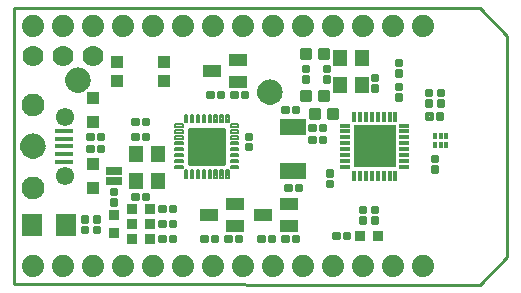
<source format=gts>
G75*
G70*
%OFA0B0*%
%FSLAX24Y24*%
%IPPOS*%
%LPD*%
%AMOC8*
5,1,8,0,0,1.08239X$1,22.5*
%
%ADD10C,0.0100*%
%ADD11C,0.0145*%
%ADD12C,0.0050*%
%ADD13R,0.0434X0.0434*%
%ADD14R,0.0355X0.0152*%
%ADD15R,0.0152X0.0355*%
%ADD16R,0.1418X0.1418*%
%ADD17C,0.0098*%
%ADD18R,0.0906X0.0552*%
%ADD19R,0.0453X0.0552*%
%ADD20R,0.0670X0.0750*%
%ADD21C,0.0079*%
%ADD22C,0.0160*%
%ADD23R,0.0591X0.0434*%
%ADD24R,0.0355X0.0355*%
%ADD25R,0.0540X0.0290*%
%ADD26C,0.0740*%
%ADD27C,0.0700*%
%ADD28R,0.0138X0.0237*%
%ADD29R,0.0591X0.0178*%
%ADD30C,0.0610*%
%ADD31C,0.0760*%
D10*
X001820Y001850D02*
X017340Y001840D01*
X018270Y002770D01*
X018270Y010130D01*
X017350Y011050D01*
X001820Y011050D01*
X001820Y001850D01*
D11*
X004117Y003582D02*
X004117Y003728D01*
X004263Y003728D01*
X004263Y003582D01*
X004117Y003582D01*
X004117Y003726D02*
X004263Y003726D01*
X004663Y003728D02*
X004663Y003582D01*
X004517Y003582D01*
X004517Y003728D01*
X004663Y003728D01*
X004663Y003726D02*
X004517Y003726D01*
X004663Y003932D02*
X004663Y004078D01*
X004663Y003932D02*
X004517Y003932D01*
X004517Y004078D01*
X004663Y004078D01*
X004663Y004076D02*
X004517Y004076D01*
X004117Y004078D02*
X004117Y003932D01*
X004117Y004078D02*
X004263Y004078D01*
X004263Y003932D01*
X004117Y003932D01*
X004117Y004076D02*
X004263Y004076D01*
X005077Y004502D02*
X005077Y004648D01*
X005223Y004648D01*
X005223Y004502D01*
X005077Y004502D01*
X005077Y004646D02*
X005223Y004646D01*
X005077Y004852D02*
X005077Y004998D01*
X005223Y004998D01*
X005223Y004852D01*
X005077Y004852D01*
X005077Y004996D02*
X005223Y004996D01*
X005802Y004823D02*
X005948Y004823D01*
X005948Y004677D01*
X005802Y004677D01*
X005802Y004823D01*
X005802Y004821D02*
X005948Y004821D01*
X006152Y004823D02*
X006298Y004823D01*
X006298Y004677D01*
X006152Y004677D01*
X006152Y004823D01*
X006152Y004821D02*
X006298Y004821D01*
X006702Y004423D02*
X006848Y004423D01*
X006848Y004277D01*
X006702Y004277D01*
X006702Y004423D01*
X006702Y004421D02*
X006848Y004421D01*
X007052Y004423D02*
X007198Y004423D01*
X007198Y004277D01*
X007052Y004277D01*
X007052Y004423D01*
X007052Y004421D02*
X007198Y004421D01*
X007198Y003923D02*
X007052Y003923D01*
X007198Y003923D02*
X007198Y003777D01*
X007052Y003777D01*
X007052Y003923D01*
X007052Y003921D02*
X007198Y003921D01*
X006848Y003923D02*
X006702Y003923D01*
X006848Y003923D02*
X006848Y003777D01*
X006702Y003777D01*
X006702Y003923D01*
X006702Y003921D02*
X006848Y003921D01*
X006848Y003423D02*
X006702Y003423D01*
X006848Y003423D02*
X006848Y003277D01*
X006702Y003277D01*
X006702Y003423D01*
X006702Y003421D02*
X006848Y003421D01*
X007052Y003423D02*
X007198Y003423D01*
X007198Y003277D01*
X007052Y003277D01*
X007052Y003423D01*
X007052Y003421D02*
X007198Y003421D01*
X008102Y003423D02*
X008248Y003423D01*
X008248Y003277D01*
X008102Y003277D01*
X008102Y003423D01*
X008102Y003421D02*
X008248Y003421D01*
X008452Y003423D02*
X008598Y003423D01*
X008598Y003277D01*
X008452Y003277D01*
X008452Y003423D01*
X008452Y003421D02*
X008598Y003421D01*
X008902Y003423D02*
X009048Y003423D01*
X009048Y003277D01*
X008902Y003277D01*
X008902Y003423D01*
X008902Y003421D02*
X009048Y003421D01*
X009252Y003423D02*
X009398Y003423D01*
X009398Y003277D01*
X009252Y003277D01*
X009252Y003423D01*
X009252Y003421D02*
X009398Y003421D01*
X010002Y003423D02*
X010148Y003423D01*
X010148Y003277D01*
X010002Y003277D01*
X010002Y003423D01*
X010002Y003421D02*
X010148Y003421D01*
X010352Y003423D02*
X010498Y003423D01*
X010498Y003277D01*
X010352Y003277D01*
X010352Y003423D01*
X010352Y003421D02*
X010498Y003421D01*
X010802Y003423D02*
X010948Y003423D01*
X010948Y003277D01*
X010802Y003277D01*
X010802Y003423D01*
X010802Y003421D02*
X010948Y003421D01*
X011152Y003423D02*
X011298Y003423D01*
X011298Y003277D01*
X011152Y003277D01*
X011152Y003423D01*
X011152Y003421D02*
X011298Y003421D01*
X012502Y003523D02*
X012648Y003523D01*
X012648Y003377D01*
X012502Y003377D01*
X012502Y003523D01*
X012502Y003521D02*
X012648Y003521D01*
X012852Y003523D02*
X012998Y003523D01*
X012998Y003377D01*
X012852Y003377D01*
X012852Y003523D01*
X012852Y003521D02*
X012998Y003521D01*
X013523Y003902D02*
X013523Y004048D01*
X013523Y003902D02*
X013377Y003902D01*
X013377Y004048D01*
X013523Y004048D01*
X013523Y004046D02*
X013377Y004046D01*
X013523Y004252D02*
X013523Y004398D01*
X013523Y004252D02*
X013377Y004252D01*
X013377Y004398D01*
X013523Y004398D01*
X013523Y004396D02*
X013377Y004396D01*
X013923Y004398D02*
X013923Y004252D01*
X013777Y004252D01*
X013777Y004398D01*
X013923Y004398D01*
X013923Y004396D02*
X013777Y004396D01*
X013923Y004048D02*
X013923Y003902D01*
X013777Y003902D01*
X013777Y004048D01*
X013923Y004048D01*
X013923Y004046D02*
X013777Y004046D01*
X012277Y005122D02*
X012277Y005268D01*
X012423Y005268D01*
X012423Y005122D01*
X012277Y005122D01*
X012277Y005266D02*
X012423Y005266D01*
X012277Y005472D02*
X012277Y005618D01*
X012423Y005618D01*
X012423Y005472D01*
X012277Y005472D01*
X012277Y005616D02*
X012423Y005616D01*
X011398Y004977D02*
X011252Y004977D01*
X011252Y005123D01*
X011398Y005123D01*
X011398Y004977D01*
X011398Y005121D02*
X011252Y005121D01*
X011048Y004977D02*
X010902Y004977D01*
X010902Y005123D01*
X011048Y005123D01*
X011048Y004977D01*
X011048Y005121D02*
X010902Y005121D01*
X009723Y006342D02*
X009723Y006488D01*
X009723Y006342D02*
X009577Y006342D01*
X009577Y006488D01*
X009723Y006488D01*
X009723Y006486D02*
X009577Y006486D01*
X009723Y006692D02*
X009723Y006838D01*
X009723Y006692D02*
X009577Y006692D01*
X009577Y006838D01*
X009723Y006838D01*
X009723Y006836D02*
X009577Y006836D01*
X010802Y007577D02*
X010948Y007577D01*
X010802Y007577D02*
X010802Y007723D01*
X010948Y007723D01*
X010948Y007577D01*
X010948Y007721D02*
X010802Y007721D01*
X011152Y007577D02*
X011298Y007577D01*
X011152Y007577D02*
X011152Y007723D01*
X011298Y007723D01*
X011298Y007577D01*
X011298Y007721D02*
X011152Y007721D01*
X011702Y007123D02*
X011848Y007123D01*
X011848Y006977D01*
X011702Y006977D01*
X011702Y007123D01*
X011702Y007121D02*
X011848Y007121D01*
X012052Y007123D02*
X012198Y007123D01*
X012198Y006977D01*
X012052Y006977D01*
X012052Y007123D01*
X012052Y007121D02*
X012198Y007121D01*
X012198Y006723D02*
X012052Y006723D01*
X012198Y006723D02*
X012198Y006577D01*
X012052Y006577D01*
X012052Y006723D01*
X012052Y006721D02*
X012198Y006721D01*
X011848Y006723D02*
X011702Y006723D01*
X011848Y006723D02*
X011848Y006577D01*
X011702Y006577D01*
X011702Y006723D01*
X011702Y006721D02*
X011848Y006721D01*
X013777Y008302D02*
X013777Y008448D01*
X013923Y008448D01*
X013923Y008302D01*
X013777Y008302D01*
X013777Y008446D02*
X013923Y008446D01*
X013777Y008652D02*
X013777Y008798D01*
X013923Y008798D01*
X013923Y008652D01*
X013777Y008652D01*
X013777Y008796D02*
X013923Y008796D01*
X014723Y008802D02*
X014723Y008948D01*
X014723Y008802D02*
X014577Y008802D01*
X014577Y008948D01*
X014723Y008948D01*
X014723Y008946D02*
X014577Y008946D01*
X014723Y009152D02*
X014723Y009298D01*
X014723Y009152D02*
X014577Y009152D01*
X014577Y009298D01*
X014723Y009298D01*
X014723Y009296D02*
X014577Y009296D01*
X014723Y008498D02*
X014723Y008352D01*
X014577Y008352D01*
X014577Y008498D01*
X014723Y008498D01*
X014723Y008496D02*
X014577Y008496D01*
X014723Y008148D02*
X014723Y008002D01*
X014577Y008002D01*
X014577Y008148D01*
X014723Y008148D01*
X014723Y008146D02*
X014577Y008146D01*
X015577Y008152D02*
X015577Y008298D01*
X015723Y008298D01*
X015723Y008152D01*
X015577Y008152D01*
X015577Y008296D02*
X015723Y008296D01*
X016123Y008293D02*
X016123Y008147D01*
X015977Y008147D01*
X015977Y008293D01*
X016123Y008293D01*
X016123Y008291D02*
X015977Y008291D01*
X016123Y007943D02*
X016123Y007797D01*
X015977Y007797D01*
X015977Y007943D01*
X016123Y007943D01*
X016123Y007941D02*
X015977Y007941D01*
X015577Y007948D02*
X015577Y007802D01*
X015577Y007948D02*
X015723Y007948D01*
X015723Y007802D01*
X015577Y007802D01*
X015577Y007946D02*
X015723Y007946D01*
X015748Y007518D02*
X015602Y007518D01*
X015748Y007518D02*
X015748Y007372D01*
X015602Y007372D01*
X015602Y007518D01*
X015602Y007516D02*
X015748Y007516D01*
X015952Y007518D02*
X016098Y007518D01*
X016098Y007372D01*
X015952Y007372D01*
X015952Y007518D01*
X015952Y007516D02*
X016098Y007516D01*
X015923Y006098D02*
X015923Y005952D01*
X015777Y005952D01*
X015777Y006098D01*
X015923Y006098D01*
X015923Y006096D02*
X015777Y006096D01*
X015923Y005748D02*
X015923Y005602D01*
X015777Y005602D01*
X015777Y005748D01*
X015923Y005748D01*
X015923Y005746D02*
X015777Y005746D01*
X012323Y008602D02*
X012323Y008748D01*
X012323Y008602D02*
X012177Y008602D01*
X012177Y008748D01*
X012323Y008748D01*
X012323Y008746D02*
X012177Y008746D01*
X012323Y008952D02*
X012323Y009098D01*
X012323Y008952D02*
X012177Y008952D01*
X012177Y009098D01*
X012323Y009098D01*
X012323Y009096D02*
X012177Y009096D01*
X011623Y009098D02*
X011623Y008952D01*
X011477Y008952D01*
X011477Y009098D01*
X011623Y009098D01*
X011623Y009096D02*
X011477Y009096D01*
X011623Y008748D02*
X011623Y008602D01*
X011477Y008602D01*
X011477Y008748D01*
X011623Y008748D01*
X011623Y008746D02*
X011477Y008746D01*
X009598Y008223D02*
X009452Y008223D01*
X009598Y008223D02*
X009598Y008077D01*
X009452Y008077D01*
X009452Y008223D01*
X009452Y008221D02*
X009598Y008221D01*
X009248Y008223D02*
X009102Y008223D01*
X009248Y008223D02*
X009248Y008077D01*
X009102Y008077D01*
X009102Y008223D01*
X009102Y008221D02*
X009248Y008221D01*
X008798Y008223D02*
X008652Y008223D01*
X008798Y008223D02*
X008798Y008077D01*
X008652Y008077D01*
X008652Y008223D01*
X008652Y008221D02*
X008798Y008221D01*
X008448Y008223D02*
X008302Y008223D01*
X008448Y008223D02*
X008448Y008077D01*
X008302Y008077D01*
X008302Y008223D01*
X008302Y008221D02*
X008448Y008221D01*
X006298Y007323D02*
X006152Y007323D01*
X006298Y007323D02*
X006298Y007177D01*
X006152Y007177D01*
X006152Y007323D01*
X006152Y007321D02*
X006298Y007321D01*
X005948Y007323D02*
X005802Y007323D01*
X005948Y007323D02*
X005948Y007177D01*
X005802Y007177D01*
X005802Y007323D01*
X005802Y007321D02*
X005948Y007321D01*
X005948Y006677D02*
X005802Y006677D01*
X005802Y006823D01*
X005948Y006823D01*
X005948Y006677D01*
X005948Y006821D02*
X005802Y006821D01*
X006152Y006677D02*
X006298Y006677D01*
X006152Y006677D02*
X006152Y006823D01*
X006298Y006823D01*
X006298Y006677D01*
X006298Y006821D02*
X006152Y006821D01*
X004798Y006823D02*
X004652Y006823D01*
X004798Y006823D02*
X004798Y006677D01*
X004652Y006677D01*
X004652Y006823D01*
X004652Y006821D02*
X004798Y006821D01*
X004448Y006823D02*
X004302Y006823D01*
X004448Y006823D02*
X004448Y006677D01*
X004302Y006677D01*
X004302Y006823D01*
X004302Y006821D02*
X004448Y006821D01*
X004448Y006423D02*
X004302Y006423D01*
X004448Y006423D02*
X004448Y006277D01*
X004302Y006277D01*
X004302Y006423D01*
X004302Y006421D02*
X004448Y006421D01*
X004652Y006423D02*
X004798Y006423D01*
X004798Y006277D01*
X004652Y006277D01*
X004652Y006423D01*
X004652Y006421D02*
X004798Y006421D01*
D12*
X002844Y006450D02*
X002838Y006382D01*
X002820Y006315D01*
X002791Y006253D01*
X002752Y006197D01*
X002703Y006148D01*
X002647Y006109D01*
X002585Y006080D01*
X002518Y006062D01*
X002450Y006056D01*
X002382Y006062D01*
X002315Y006080D01*
X002253Y006109D01*
X002197Y006148D01*
X002148Y006197D01*
X002109Y006253D01*
X002080Y006315D01*
X002062Y006382D01*
X002056Y006450D01*
X002062Y006518D01*
X002080Y006585D01*
X002109Y006647D01*
X002148Y006703D01*
X002197Y006752D01*
X002253Y006791D01*
X002315Y006820D01*
X002382Y006838D01*
X002450Y006844D01*
X002518Y006838D01*
X002585Y006820D01*
X002647Y006791D01*
X002703Y006752D01*
X002752Y006703D01*
X002791Y006647D01*
X002820Y006585D01*
X002838Y006518D01*
X002844Y006450D01*
X002844Y006452D02*
X002056Y006452D01*
X002060Y006404D02*
X002840Y006404D01*
X002831Y006355D02*
X002069Y006355D01*
X002084Y006307D02*
X002816Y006307D01*
X002793Y006258D02*
X002107Y006258D01*
X002140Y006210D02*
X002760Y006210D01*
X002716Y006161D02*
X002184Y006161D01*
X002248Y006113D02*
X002652Y006113D01*
X002525Y006064D02*
X002375Y006064D01*
X002061Y006501D02*
X002839Y006501D01*
X002830Y006549D02*
X002070Y006549D01*
X002086Y006598D02*
X002814Y006598D01*
X002791Y006646D02*
X002109Y006646D01*
X002142Y006695D02*
X002758Y006695D01*
X002712Y006743D02*
X002188Y006743D01*
X002254Y006792D02*
X002646Y006792D01*
X002492Y006840D02*
X002408Y006840D01*
X003697Y008348D02*
X003753Y008309D01*
X003815Y008280D01*
X003882Y008262D01*
X003950Y008256D01*
X004018Y008262D01*
X004085Y008280D01*
X004147Y008309D01*
X004203Y008348D01*
X004252Y008397D01*
X004291Y008453D01*
X004320Y008515D01*
X004338Y008582D01*
X004344Y008650D01*
X004338Y008718D01*
X004320Y008785D01*
X004291Y008847D01*
X004252Y008903D01*
X004203Y008952D01*
X004147Y008991D01*
X004085Y009020D01*
X004018Y009038D01*
X003950Y009044D01*
X003882Y009038D01*
X003815Y009020D01*
X003753Y008991D01*
X003697Y008952D01*
X003648Y008903D01*
X003609Y008847D01*
X003580Y008785D01*
X003562Y008718D01*
X003556Y008650D01*
X003562Y008582D01*
X003580Y008515D01*
X003609Y008453D01*
X003648Y008397D01*
X003697Y008348D01*
X003704Y008344D02*
X004196Y008344D01*
X004247Y008392D02*
X003653Y008392D01*
X003618Y008441D02*
X004282Y008441D01*
X004308Y008489D02*
X003592Y008489D01*
X003574Y008538D02*
X004326Y008538D01*
X004338Y008586D02*
X003562Y008586D01*
X003558Y008635D02*
X004342Y008635D01*
X004341Y008683D02*
X003559Y008683D01*
X003566Y008732D02*
X004334Y008732D01*
X004321Y008780D02*
X003579Y008780D01*
X003601Y008829D02*
X004299Y008829D01*
X004270Y008877D02*
X003630Y008877D01*
X003671Y008926D02*
X004229Y008926D01*
X004171Y008974D02*
X003729Y008974D01*
X003825Y009023D02*
X004075Y009023D01*
X004117Y008295D02*
X003783Y008295D01*
X009956Y008250D02*
X009962Y008318D01*
X009980Y008385D01*
X010009Y008447D01*
X010048Y008503D01*
X010097Y008552D01*
X010153Y008591D01*
X010215Y008620D01*
X010282Y008638D01*
X010350Y008644D01*
X010418Y008638D01*
X010485Y008620D01*
X010547Y008591D01*
X010603Y008552D01*
X010652Y008503D01*
X010691Y008447D01*
X010720Y008385D01*
X010738Y008318D01*
X010744Y008250D01*
X010738Y008182D01*
X010720Y008115D01*
X010691Y008053D01*
X010652Y007997D01*
X010603Y007948D01*
X010547Y007909D01*
X010485Y007880D01*
X010418Y007862D01*
X010350Y007856D01*
X010282Y007862D01*
X010215Y007880D01*
X010153Y007909D01*
X010097Y007948D01*
X010048Y007997D01*
X010009Y008053D01*
X009980Y008115D01*
X009962Y008182D01*
X009956Y008250D01*
X009957Y008247D02*
X010743Y008247D01*
X010740Y008295D02*
X009960Y008295D01*
X009969Y008344D02*
X010731Y008344D01*
X010717Y008392D02*
X009983Y008392D01*
X010006Y008441D02*
X010694Y008441D01*
X010661Y008489D02*
X010039Y008489D01*
X010083Y008538D02*
X010617Y008538D01*
X010554Y008586D02*
X010146Y008586D01*
X010270Y008635D02*
X010430Y008635D01*
X010739Y008198D02*
X009961Y008198D01*
X009971Y008150D02*
X010729Y008150D01*
X010713Y008101D02*
X009987Y008101D01*
X010009Y008053D02*
X010691Y008053D01*
X010657Y008004D02*
X010043Y008004D01*
X010090Y007956D02*
X010610Y007956D01*
X010543Y007907D02*
X010157Y007907D01*
X010324Y007859D02*
X010376Y007859D01*
D13*
X006837Y008635D03*
X006837Y009265D03*
X005263Y009265D03*
X005263Y008635D03*
X004450Y008044D03*
X004450Y007256D03*
X004450Y005844D03*
X004450Y005056D03*
D14*
X012866Y005761D03*
X012866Y005958D03*
X012866Y006155D03*
X012866Y006352D03*
X012866Y006548D03*
X012866Y006745D03*
X012866Y006942D03*
X012866Y007139D03*
X014834Y007139D03*
X014834Y006942D03*
X014834Y006745D03*
X014834Y006548D03*
X014834Y006352D03*
X014834Y006155D03*
X014834Y005958D03*
X014834Y005761D03*
D15*
X014539Y005466D03*
X014342Y005466D03*
X014145Y005466D03*
X013948Y005466D03*
X013752Y005466D03*
X013555Y005466D03*
X013358Y005466D03*
X013161Y005466D03*
X013161Y007434D03*
X013358Y007434D03*
X013555Y007434D03*
X013752Y007434D03*
X013948Y007434D03*
X014145Y007434D03*
X014342Y007434D03*
X014539Y007434D03*
D16*
X013850Y006450D03*
D17*
X012596Y007696D02*
X012304Y007696D01*
X012596Y007696D02*
X012596Y007404D01*
X012304Y007404D01*
X012304Y007696D01*
X012304Y007501D02*
X012596Y007501D01*
X012596Y007598D02*
X012304Y007598D01*
X012304Y007695D02*
X012596Y007695D01*
X012296Y008296D02*
X012004Y008296D01*
X012296Y008296D02*
X012296Y008004D01*
X012004Y008004D01*
X012004Y008296D01*
X012004Y008101D02*
X012296Y008101D01*
X012296Y008198D02*
X012004Y008198D01*
X012004Y008295D02*
X012296Y008295D01*
X011696Y008296D02*
X011404Y008296D01*
X011696Y008296D02*
X011696Y008004D01*
X011404Y008004D01*
X011404Y008296D01*
X011404Y008101D02*
X011696Y008101D01*
X011696Y008198D02*
X011404Y008198D01*
X011404Y008295D02*
X011696Y008295D01*
X011704Y007696D02*
X011996Y007696D01*
X011996Y007404D01*
X011704Y007404D01*
X011704Y007696D01*
X011704Y007501D02*
X011996Y007501D01*
X011996Y007598D02*
X011704Y007598D01*
X011704Y007695D02*
X011996Y007695D01*
X012004Y009404D02*
X012296Y009404D01*
X012004Y009404D02*
X012004Y009696D01*
X012296Y009696D01*
X012296Y009404D01*
X012296Y009501D02*
X012004Y009501D01*
X012004Y009598D02*
X012296Y009598D01*
X012296Y009695D02*
X012004Y009695D01*
X011696Y009404D02*
X011404Y009404D01*
X011404Y009696D01*
X011696Y009696D01*
X011696Y009404D01*
X011696Y009501D02*
X011404Y009501D01*
X011404Y009598D02*
X011696Y009598D01*
X011696Y009695D02*
X011404Y009695D01*
D18*
X011120Y007078D03*
X011120Y005622D03*
D19*
X012686Y008497D03*
X013414Y008497D03*
X013414Y009403D03*
X012686Y009403D03*
X006614Y006203D03*
X005886Y006203D03*
X005886Y005297D03*
X006614Y005297D03*
D20*
X003550Y003830D03*
X002430Y003830D03*
D21*
X007206Y005721D02*
X007444Y005721D01*
X007206Y005721D02*
X007206Y005801D01*
X007444Y005801D01*
X007444Y005721D01*
X007444Y005799D02*
X007206Y005799D01*
X007206Y005918D02*
X007444Y005918D01*
X007206Y005918D02*
X007206Y005998D01*
X007444Y005998D01*
X007444Y005918D01*
X007444Y005996D02*
X007206Y005996D01*
X007206Y006115D02*
X007444Y006115D01*
X007206Y006115D02*
X007206Y006195D01*
X007444Y006195D01*
X007444Y006115D01*
X007444Y006193D02*
X007206Y006193D01*
X007206Y006312D02*
X007444Y006312D01*
X007206Y006312D02*
X007206Y006392D01*
X007444Y006392D01*
X007444Y006312D01*
X007444Y006390D02*
X007206Y006390D01*
X007206Y006508D02*
X007444Y006508D01*
X007206Y006508D02*
X007206Y006588D01*
X007444Y006588D01*
X007444Y006508D01*
X007444Y006586D02*
X007206Y006586D01*
X007206Y006705D02*
X007444Y006705D01*
X007206Y006705D02*
X007206Y006785D01*
X007444Y006785D01*
X007444Y006705D01*
X007444Y006783D02*
X007206Y006783D01*
X007206Y006902D02*
X007444Y006902D01*
X007206Y006902D02*
X007206Y006982D01*
X007444Y006982D01*
X007444Y006902D01*
X007444Y006980D02*
X007206Y006980D01*
X007206Y007099D02*
X007444Y007099D01*
X007206Y007099D02*
X007206Y007179D01*
X007444Y007179D01*
X007444Y007099D01*
X007444Y007177D02*
X007206Y007177D01*
X007521Y007256D02*
X007601Y007256D01*
X007521Y007256D02*
X007521Y007494D01*
X007601Y007494D01*
X007601Y007256D01*
X007601Y007334D02*
X007521Y007334D01*
X007521Y007412D02*
X007601Y007412D01*
X007601Y007490D02*
X007521Y007490D01*
X007718Y007256D02*
X007798Y007256D01*
X007718Y007256D02*
X007718Y007494D01*
X007798Y007494D01*
X007798Y007256D01*
X007798Y007334D02*
X007718Y007334D01*
X007718Y007412D02*
X007798Y007412D01*
X007798Y007490D02*
X007718Y007490D01*
X007915Y007256D02*
X007995Y007256D01*
X007915Y007256D02*
X007915Y007494D01*
X007995Y007494D01*
X007995Y007256D01*
X007995Y007334D02*
X007915Y007334D01*
X007915Y007412D02*
X007995Y007412D01*
X007995Y007490D02*
X007915Y007490D01*
X008112Y007256D02*
X008192Y007256D01*
X008112Y007256D02*
X008112Y007494D01*
X008192Y007494D01*
X008192Y007256D01*
X008192Y007334D02*
X008112Y007334D01*
X008112Y007412D02*
X008192Y007412D01*
X008192Y007490D02*
X008112Y007490D01*
X008308Y007256D02*
X008388Y007256D01*
X008308Y007256D02*
X008308Y007494D01*
X008388Y007494D01*
X008388Y007256D01*
X008388Y007334D02*
X008308Y007334D01*
X008308Y007412D02*
X008388Y007412D01*
X008388Y007490D02*
X008308Y007490D01*
X008505Y007256D02*
X008585Y007256D01*
X008505Y007256D02*
X008505Y007494D01*
X008585Y007494D01*
X008585Y007256D01*
X008585Y007334D02*
X008505Y007334D01*
X008505Y007412D02*
X008585Y007412D01*
X008585Y007490D02*
X008505Y007490D01*
X008702Y007256D02*
X008782Y007256D01*
X008702Y007256D02*
X008702Y007494D01*
X008782Y007494D01*
X008782Y007256D01*
X008782Y007334D02*
X008702Y007334D01*
X008702Y007412D02*
X008782Y007412D01*
X008782Y007490D02*
X008702Y007490D01*
X008899Y007256D02*
X008979Y007256D01*
X008899Y007256D02*
X008899Y007494D01*
X008979Y007494D01*
X008979Y007256D01*
X008979Y007334D02*
X008899Y007334D01*
X008899Y007412D02*
X008979Y007412D01*
X008979Y007490D02*
X008899Y007490D01*
X009056Y007099D02*
X009294Y007099D01*
X009056Y007099D02*
X009056Y007179D01*
X009294Y007179D01*
X009294Y007099D01*
X009294Y007177D02*
X009056Y007177D01*
X009056Y006902D02*
X009294Y006902D01*
X009056Y006902D02*
X009056Y006982D01*
X009294Y006982D01*
X009294Y006902D01*
X009294Y006980D02*
X009056Y006980D01*
X009056Y006705D02*
X009294Y006705D01*
X009056Y006705D02*
X009056Y006785D01*
X009294Y006785D01*
X009294Y006705D01*
X009294Y006783D02*
X009056Y006783D01*
X009056Y006508D02*
X009294Y006508D01*
X009056Y006508D02*
X009056Y006588D01*
X009294Y006588D01*
X009294Y006508D01*
X009294Y006586D02*
X009056Y006586D01*
X009056Y006312D02*
X009294Y006312D01*
X009056Y006312D02*
X009056Y006392D01*
X009294Y006392D01*
X009294Y006312D01*
X009294Y006390D02*
X009056Y006390D01*
X009056Y006115D02*
X009294Y006115D01*
X009056Y006115D02*
X009056Y006195D01*
X009294Y006195D01*
X009294Y006115D01*
X009294Y006193D02*
X009056Y006193D01*
X009056Y005918D02*
X009294Y005918D01*
X009056Y005918D02*
X009056Y005998D01*
X009294Y005998D01*
X009294Y005918D01*
X009294Y005996D02*
X009056Y005996D01*
X009056Y005721D02*
X009294Y005721D01*
X009056Y005721D02*
X009056Y005801D01*
X009294Y005801D01*
X009294Y005721D01*
X009294Y005799D02*
X009056Y005799D01*
X008979Y005406D02*
X008899Y005406D01*
X008899Y005644D01*
X008979Y005644D01*
X008979Y005406D01*
X008979Y005484D02*
X008899Y005484D01*
X008899Y005562D02*
X008979Y005562D01*
X008979Y005640D02*
X008899Y005640D01*
X008782Y005406D02*
X008702Y005406D01*
X008702Y005644D01*
X008782Y005644D01*
X008782Y005406D01*
X008782Y005484D02*
X008702Y005484D01*
X008702Y005562D02*
X008782Y005562D01*
X008782Y005640D02*
X008702Y005640D01*
X008585Y005406D02*
X008505Y005406D01*
X008505Y005644D01*
X008585Y005644D01*
X008585Y005406D01*
X008585Y005484D02*
X008505Y005484D01*
X008505Y005562D02*
X008585Y005562D01*
X008585Y005640D02*
X008505Y005640D01*
X008388Y005406D02*
X008308Y005406D01*
X008308Y005644D01*
X008388Y005644D01*
X008388Y005406D01*
X008388Y005484D02*
X008308Y005484D01*
X008308Y005562D02*
X008388Y005562D01*
X008388Y005640D02*
X008308Y005640D01*
X008192Y005406D02*
X008112Y005406D01*
X008112Y005644D01*
X008192Y005644D01*
X008192Y005406D01*
X008192Y005484D02*
X008112Y005484D01*
X008112Y005562D02*
X008192Y005562D01*
X008192Y005640D02*
X008112Y005640D01*
X007995Y005406D02*
X007915Y005406D01*
X007915Y005644D01*
X007995Y005644D01*
X007995Y005406D01*
X007995Y005484D02*
X007915Y005484D01*
X007915Y005562D02*
X007995Y005562D01*
X007995Y005640D02*
X007915Y005640D01*
X007798Y005406D02*
X007718Y005406D01*
X007718Y005644D01*
X007798Y005644D01*
X007798Y005406D01*
X007798Y005484D02*
X007718Y005484D01*
X007718Y005562D02*
X007798Y005562D01*
X007798Y005640D02*
X007718Y005640D01*
X007601Y005406D02*
X007521Y005406D01*
X007521Y005644D01*
X007601Y005644D01*
X007601Y005406D01*
X007601Y005484D02*
X007521Y005484D01*
X007521Y005562D02*
X007601Y005562D01*
X007601Y005640D02*
X007521Y005640D01*
D22*
X007700Y005900D02*
X007700Y007000D01*
X008800Y007000D01*
X008800Y005900D01*
X007700Y005900D01*
X007700Y005915D02*
X008800Y005915D01*
X008800Y006073D02*
X007700Y006073D01*
X007700Y006232D02*
X008800Y006232D01*
X008800Y006390D02*
X007700Y006390D01*
X007700Y006549D02*
X008800Y006549D01*
X008800Y006707D02*
X007700Y006707D01*
X007700Y006866D02*
X008800Y006866D01*
D23*
X009283Y008576D03*
X008417Y008950D03*
X009283Y009324D03*
X009183Y004524D03*
X008317Y004150D03*
X009183Y003776D03*
X010117Y004150D03*
X010983Y003776D03*
X010983Y004524D03*
D24*
X013355Y003450D03*
X013945Y003450D03*
X006345Y003350D03*
X006345Y003850D03*
X006345Y004350D03*
X005755Y004350D03*
X005150Y004145D03*
X005755Y003850D03*
X005150Y003555D03*
X005755Y003350D03*
D25*
X005150Y005288D03*
X005150Y005608D03*
D26*
X005450Y002450D03*
X006450Y002450D03*
X007450Y002450D03*
X008450Y002450D03*
X009450Y002450D03*
X010450Y002450D03*
X011450Y002450D03*
X012450Y002450D03*
X013450Y002450D03*
X014450Y002450D03*
X015450Y002450D03*
X004450Y002450D03*
X003450Y002450D03*
X002450Y002450D03*
X002450Y010450D03*
X003450Y010450D03*
X004450Y010450D03*
X005450Y010450D03*
X006450Y010450D03*
X007450Y010450D03*
X008450Y010450D03*
X009450Y010450D03*
X010450Y010450D03*
X011450Y010450D03*
X012450Y010450D03*
X013450Y010450D03*
X014450Y010450D03*
X015450Y010450D03*
D27*
X004450Y009450D03*
X003450Y009450D03*
X002450Y009450D03*
D28*
X015846Y006805D03*
X016043Y006805D03*
X016239Y006805D03*
X016239Y006490D03*
X016043Y006490D03*
X015846Y006490D03*
D29*
X003493Y006450D03*
X003493Y006706D03*
X003493Y006962D03*
X003493Y006194D03*
X003493Y005938D03*
D30*
X003510Y005470D03*
X003510Y007430D03*
D31*
X002450Y007830D03*
X002450Y005070D03*
M02*

</source>
